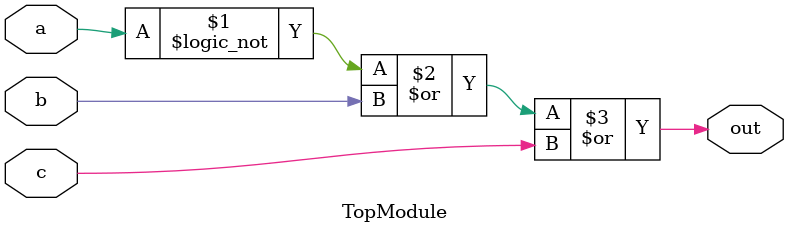
<source format=sv>

module TopModule (
  input a,
  input b,
  input c,
  output out
);

  assign out = (!a | b | c);

endmodule

// VERILOG-EVAL: errant inclusion of module definition

</source>
